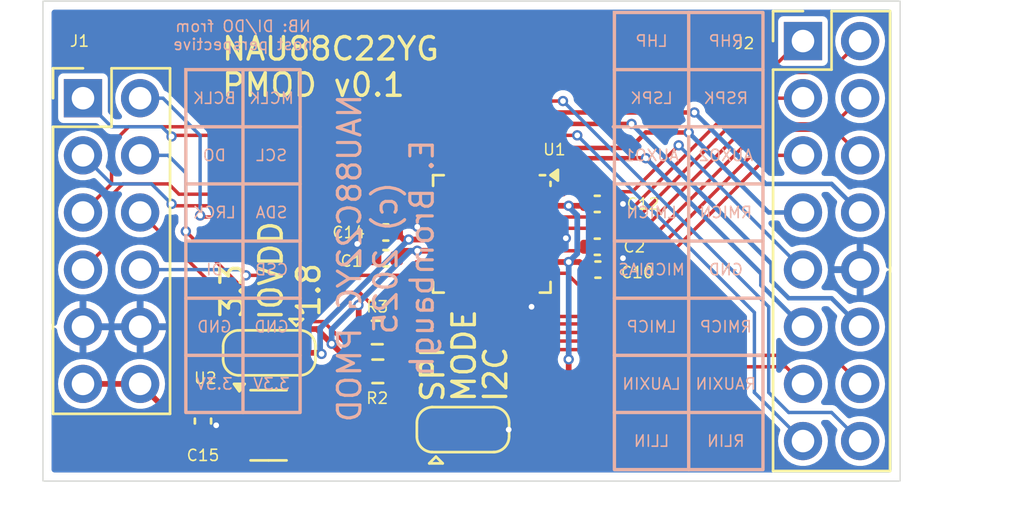
<source format=kicad_pcb>
(kicad_pcb (version 20240108) (generator "pcbnew") (generator_version "8.0")
  (layers (0 "F.Cu" signal) (31 "B.Cu" signal) (34 "B.Paste" user) (35 "F.Paste" user) (36 "B.SilkS" user "B.Silkscreen") (37 "F.SilkS" user "F.Silkscreen") (38 "B.Mask" user) (39 "F.Mask" user) (44 "Edge.Cuts" user))
  (net 0 "")
  (net 1 "GND")
  (net 2 "+1V8")
  (net 3 "+3V3")
  (net 4 "/I2S_BCLK")
  (net 5 "/I2S_MCLK")
  (net 6 "/I2S_DO")
  (net 7 "/SCL")
  (net 8 "/I2S_LRCK")
  (net 9 "/SDA")
  (net 10 "/I2S_DI")
  (net 12 "/IOVDD")
  (net 13 "Net-(U1-VREF)")
  (net 14 "/CSB")
  (net 15 "/LAUXIN")
  (net 16 "/RMICP")
  (net 17 "/RMICN")
  (net 18 "/LMICP")
  (net 19 "/AUXOUT2")
  (net 20 "/MICBIAS")
  (net 21 "/RLIN")
  (net 22 "/LLIN")
  (net 23 "/AUXOUT1")
  (net 24 "/RSPKOUT")
  (net 25 "/LMICN")
  (net 26 "/RAUXIN")
  (net 27 "/LSPKOUT")
  (net 28 "/RHP")
  (net 29 "/LHP")
  (net 30 "Net-(JP2-C)")
  (footprint "Resistor_SMD:R_0603_1608Metric" (layer "F.Cu") (at 116.459 116.332 180)
    (property "Reference" "R3")
    (property "Value" "4k7")
  )
  (footprint "Capacitor_SMD:C_0402_1005Metric" (layer "F.Cu") (at 126.266 113.538)
    (property "Reference" "C10")
    (property "Value" "4.7uf")
  )
  (footprint "Capacitor_SMD:C_0402_1005Metric" (layer "F.Cu") (at 126.238 110.617)
    (property "Reference" "C12")
    (property "Value" "4.7uf")
  )
  (footprint "Connector_PinHeader_2.54mm:PinHeader_2x08_P2.54mm_Vertical" (layer "F.Cu") (at 135.382 103.378)
    (property "Reference" "J2")
    (property "Value" "Conn_02x08_Odd_Even")
  )
  (footprint "Capacitor_SMD:C_0402_1005Metric" (layer "F.Cu") (at 116.84 111.887 180)
    (property "Reference" "C14")
    (property "Value" "4.7uf")
  )
  (footprint "Package_TO_SOT_SMD:SOT-23-5" (layer "F.Cu") (at 111.6275 120.457)
    (property "Reference" "U2")
    (property "Value" "MIC5504-1.8YM5")
  )
  (footprint "Capacitor_SMD:C_0402_1005Metric" (layer "F.Cu") (at 116.84 113.03 180)
    (property "Reference" "C1")
    (property "Value" "4.7uf")
  )
  (footprint "Connector_PinHeader_2.54mm:PinHeader_2x06_P2.54mm_Vertical" (layer "F.Cu") (at 103.378 105.918)
    (property "Reference" "J1")
    (property "Value" "CONN_02X06")
  )
  (footprint "Package_DFN_QFN:QFN-32-1EP_5x5mm_P0.5mm_EP3.1x3.1mm" (layer "F.Cu") (at 121.55 111.95 -90)
    (property "Reference" "U1")
    (property "Value" "~")
  )
  (footprint "Jumper:SolderJumper-3_P1.3mm_Open_RoundedPad1.0x1.5mm" (layer "F.Cu") (at 111.6584 117.2365 180)
    (property "Reference" "JP1" (hide yes))
    (property "Value" "IOVDD_Select")
  )
  (footprint "Capacitor_SMD:C_0402_1005Metric" (layer "F.Cu") (at 108.712 120.269 -90)
    (property "Reference" "C15")
    (property "Value" "4.7uf")
  )
  (footprint "Capacitor_SMD:C_0402_1005Metric" (layer "F.Cu") (at 126.238 112.522)
    (property "Reference" "C2")
    (property "Value" "4.7uf")
  )
  (footprint "Resistor_SMD:R_0603_1608Metric" (layer "F.Cu") (at 116.4844 118.0592 180)
    (property "Reference" "R2")
    (property "Value" "4k7")
  )
  (footprint "Jumper:SolderJumper-3_P1.3mm_Open_RoundedPad1.0x1.5mm" (layer "F.Cu") (at 120.269 120.65)
    (property "Reference" "JP2" (hide yes))
    (property "Value" "Mode_Select")
  )
  (gr_line (start 113.03 117.348) (end 107.95 117.348) (stroke (width 0.15)) (layer "B.SilkS"))
  (gr_line (start 110.49 104.648) (end 110.49 119.888) (stroke (width 0.15)) (layer "B.SilkS"))
  (gr_line (start 133.604 109.728) (end 127 109.728) (stroke (width 0.15)) (layer "B.SilkS"))
  (gr_line (start 113.03 112.268) (end 107.95 112.268) (stroke (width 0.15)) (layer "B.SilkS"))
  (gr_line (start 133.604 119.888) (end 127 119.888) (stroke (width 0.15)) (layer "B.SilkS"))
  (gr_line (start 133.604 117.348) (end 127 117.348) (stroke (width 0.15)) (layer "B.SilkS"))
  (gr_line (start 133.604 114.808) (end 127 114.808) (stroke (width 0.15)) (layer "B.SilkS"))
  (gr_line (start 113.03 109.728) (end 107.95 109.728) (stroke (width 0.15)) (layer "B.SilkS"))
  (gr_line (start 113.03 107.188) (end 107.95 107.188) (stroke (width 0.15)) (layer "B.SilkS"))
  (gr_rect (start 107.95 104.648) (end 113.03 119.888) (stroke (width 0.15)) (fill none) (layer "B.SilkS"))
  (gr_line (start 133.5532 107.188) (end 126.9492 107.188) (stroke (width 0.15)) (layer "B.SilkS"))
  (gr_line (start 130.302 102.108) (end 130.302 122.428) (stroke (width 0.15)) (layer "B.SilkS"))
  (gr_rect (start 127 102.108) (end 133.604 122.428) (stroke (width 0.15)) (fill none) (layer "B.SilkS"))
  (gr_line (start 113.03 114.808) (end 107.95 114.808) (stroke (width 0.15)) (layer "B.SilkS"))
  (gr_line (start 133.604 104.648) (end 127 104.648) (stroke (width 0.15)) (layer "B.SilkS"))
  (gr_line (start 133.604 112.268) (end 127 112.268) (stroke (width 0.15)) (layer "B.SilkS"))
  (gr_rect (start 101.6 101.6) (end 139.7 122.936) (stroke (width 0.05)) (fill none) (layer "Edge.Cuts"))
  (gr_text "RSPK" (at 131.953 105.918 0) (layer "B.SilkS") (effects (font (size 0.5 0.5) (thickness 0.07)) (justify mirror)))
  (gr_text "RMICP" (at 131.953 116.078 0) (layer "B.SilkS") (effects (font (size 0.5 0.5) (thickness 0.07)) (justify mirror)))
  (gr_text "GND" (at 111.76 116.078 0) (layer "B.SilkS") (effects (font (size 0.5 0.5) (thickness 0.07)) (justify mirror)))
  (gr_text "LSPK" (at 128.651 105.918 0) (layer "B.SilkS") (effects (font (size 0.5 0.5) (thickness 0.07)) (justify mirror)))
  (gr_text "CSB" (at 111.76 113.538 0) (layer "B.SilkS") (effects (font (size 0.5 0.5) (thickness 0.07)) (justify mirror)))
  (gr_text "BCLK" (at 109.22 105.918 0) (layer "B.SilkS") (effects (font (size 0.5 0.5) (thickness 0.07)) (justify mirror)))
  (gr_text "3.3V" (at 109.22 118.618 0) (layer "B.SilkS") (effects (font (size 0.5 0.5) (thickness 0.07)) (justify mirror)))
  (gr_text "SDA" (at 111.76 110.998 0) (layer "B.SilkS") (effects (font (size 0.5 0.5) (thickness 0.07)) (justify mirror)))
  (gr_text "GND" (at 131.953 113.538 0) (layer "B.SilkS") (effects (font (size 0.5 0.5) (thickness 0.07)) (justify mirror)))
  (gr_text "AUXO2" (at 131.953 108.458 0) (layer "B.SilkS") (effects (font (size 0.5 0.5) (thickness 0.07)) (justify mirror)))
  (gr_text "MCLK" (at 111.76 105.918 0) (layer "B.SilkS") (effects (font (size 0.5 0.5) (thickness 0.07)) (justify mirror)))
  (gr_text "AUXO1" (at 128.651 108.458 0) (layer "B.SilkS") (effects (font (size 0.5 0.5) (thickness 0.07)) (justify mirror)))
  (gr_text "NAU88C22YG PMOD\n(c) 2025\nE. Brombaugh" (at 116.84 113.03 90) (layer "B.SilkS") (effects (font (size 0.999998 0.999998) (thickness 0.1397)) (justify mirror)))
  (gr_text "LLIN" (at 128.651 121.158 0) (layer "B.SilkS") (effects (font (size 0.5 0.5) (thickness 0.07)) (justify mirror)))
  (gr_text "LHP" (at 128.651 103.378 0) (layer "B.SilkS") (effects (font (size 0.5 0.5) (thickness 0.07)) (justify mirror)))
  (gr_text "RMICN" (at 131.953 110.998 0) (layer "B.SilkS") (effects (font (size 0.5 0.5) (thickness 0.07)) (justify mirror)))
  (gr_text "DO" (at 109.22 108.458 0) (layer "B.SilkS") (effects (font (size 0.5 0.5) (thickness 0.07)) (justify mirror)))
  (gr_text "LAUXIN\n" (at 128.651 118.618 0) (layer "B.SilkS") (effects (font (size 0.5 0.5) (thickness 0.07)) (justify mirror)))
  (gr_text "RAUXIN" (at 131.953 118.618 0) (layer "B.SilkS") (effects (font (size 0.5 0.5) (thickness 0.07)) (justify mirror)))
  (gr_text "MICBIAS" (at 128.651 113.538 0) (layer "B.SilkS") (effects (font (size 0.5 0.5) (thickness 0.07)) (justify mirror)))
  (gr_text "3.3V" (at 111.76 118.618 0) (layer "B.SilkS") (effects (font (size 0.5 0.5) (thickness 0.07)) (justify mirror)))
  (gr_text "LMICN" (at 128.651 110.998 0) (layer "B.SilkS") (effects (font (size 0.5 0.5) (thickness 0.07)) (justify mirror)))
  (gr_text "NB: DI/DO from\nhost perspective" (at 110.49 103.124 0) (layer "B.SilkS") (effects (font (size 0.5 0.5) (thickness 0.07)) (justify mirror)))
  (gr_text "DI" (at 109.22 113.538 0) (layer "B.SilkS") (effects (font (size 0.5 0.5) (thickness 0.07)) (justify mirror)))
  (gr_text "GND" (at 109.22 116.078 0) (layer "B.SilkS") (effects (font (size 0.5 0.5) (thickness 0.07)) (justify mirror)))
  (gr_text "SCL" (at 111.76 108.458 0) (layer "B.SilkS") (effects (font (size 0.5 0.5) (thickness 0.07)) (justify mirror)))
  (gr_text "LRCK" (at 109.22 110.998 0) (layer "B.SilkS") (effects (font (size 0.5 0.5) (thickness 0.07)) (justify mirror)))
  (gr_text "RLIN" (at 131.953 121.158 0) (layer "B.SilkS") (effects (font (size 0.5 0.5) (thickness 0.07)) (justify mirror)))
  (gr_text "RHP" (at 131.953 103.378 0) (layer "B.SilkS") (effects (font (size 0.5 0.5) (thickness 0.07)) (justify mirror)))
  (gr_text "LMICP" (at 128.651 116.078 0) (layer "B.SilkS") (effects (font (size 0.5 0.5) (thickness 0.07)) (justify mirror)))
  (gr_text "I2C" (at 122.301 119.507 90) (layer "F.SilkS") (effects (font (size 1 1)) (justify left bottom)))
  (gr_text "IOVDD" (at 112.3188 115.8748 90) (layer "F.SilkS") (effects (font (size 1 1)) (justify left bottom)))
  (gr_text "1.8" (at 113.9952 115.7365 90) (layer "F.SilkS") (effects (font (size 1 1)) (justify left bottom)))
  (gr_text "NAU88C22YG\nPMOD v0.1" (at 109.474 105.918 0) (layer "F.SilkS") (effects (font (size 1 1)) (justify left bottom)))
  (gr_text "SPI" (at 119.507 119.507 90) (layer "F.SilkS") (effects (font (size 1 1)) (justify left bottom)))
  (gr_text "MODE" (at 120.904 119.507 90) (layer "F.SilkS") (effects (font (size 1 1)) (justify left bottom)))
  (gr_text "3.3" (at 110.5916 115.7732 90) (layer "F.SilkS") (effects (font (size 1 1)) (justify left bottom)))
  (segment (start 124.782 112.2) (end 124.841 112.141) (width 0.254) (layer "F.Cu") (net 1))
  (segment (start 123.9875 112.2) (end 124.782 112.2) (width 0.254) (layer "F.Cu") (net 1))
  (segment (start 126.873 113.538) (end 127.381 113.03) (width 0.254) (layer "F.Cu") (net 1))
  (segment (start 126.873 112.522) (end 127.381 113.03) (width 0.254) (layer "F.Cu") (net 1))
  (segment (start 119.1125 111.7) (end 118.304 111.7) (width 0.254) (layer "F.Cu") (net 1))
  (segment (start 115.57 112.395) (end 116.205 113.03) (width 0.254) (layer "F.Cu") (net 1))
  (segment (start 115.57 112.395) (end 116.078 111.887) (width 0.254) (layer "F.Cu") (net 1))
  (segment (start 109.299 120.457) (end 108.712 121.044) (width 0.254) (layer "F.Cu") (net 1))
  (segment (start 123.3 115.172) (end 123.317 115.189) (width 0.254) (layer "F.Cu") (net 1))
  (segment (start 116.205 113.03) (end 116.36 113.03) (width 0.254) (layer "F.Cu") (net 1))
  (segment (start 126.718 112.522) (end 126.873 112.522) (width 0.254) (layer "F.Cu") (net 1))
  (segment (start 121.569 120.65) (end 122.301 120.65) (width 0.254) (layer "F.Cu") (net 1))
  (segment (start 110.49 120.457) (end 109.299 120.457) (width 0.254) (layer "F.Cu") (net 1))
  (segment (start 123.3 114.3875) (end 123.3 115.172) (width 0.254) (layer "F.Cu") (net 1))
  (segment (start 127.381 110.617) (end 126.718 110.617) (width 0.254) (layer "F.Cu") (net 1))
  (segment (start 116.078 111.887) (end 116.36 111.887) (width 0.254) (layer "F.Cu") (net 1))
  (segment (start 126.746 113.538) (end 126.873 113.538) (width 0.254) (layer "F.Cu") (net 1))
  (segment (start 118.304 111.7) (end 118.237 111.633) (width 0.254) (layer "F.Cu") (net 1))
  (via (at 122.301 120.65) (size 0.4572) (drill 0.254) (layers "F.Cu" "B.Cu") (net 1))
  (via (at 123.317 115.189) (size 0.4572) (drill 0.254) (layers "F.Cu" "B.Cu") (net 1))
  (via (at 109.299 120.457) (size 0.4572) (drill 0.254) (layers "F.Cu" "B.Cu") (net 1))
  (via (at 124.841 112.141) (size 0.4572) (drill 0.254) (layers "F.Cu" "B.Cu") (net 1))
  (via (at 115.57 112.395) (size 0.4572) (drill 0.254) (layers "F.Cu" "B.Cu") (net 1))
  (via (at 127.381 110.617) (size 0.4572) (drill 0.254) (layers "F.Cu" "B.Cu") (net 1))
  (via (at 118.237 111.633) (size 0.4572) (drill 0.254) (layers "F.Cu" "B.Cu") (net 1))
  (via (at 127.381 113.03) (size 0.4572) (drill 0.254) (layers "F.Cu" "B.Cu") (net 1))
  (segment (start 112.765 117.4299) (end 112.9584 117.2365) (width 0.254) (layer "F.Cu") (net 2))
  (segment (start 117.32 111.887) (end 117.633 112.2) (width 0.254) (layer "F.Cu") (net 2))
  (segment (start 117.633 112.2) (end 117.856 112.2) (width 0.254) (layer "F.Cu") (net 2))
  (segment (start 117.856 112.2) (end 119.1125 112.2) (width 0.254) (layer "F.Cu") (net 2))
  (segment (start 112.765 119.507) (end 112.765 117.4299) (width 0.254) (layer "F.Cu") (net 2))
  (segment (start 113.9825 117.2845) (end 113.9345 117.2365) (width 0.254) (layer "F.Cu") (net 2))
  (segment (start 113.9345 117.2365) (end 112.9584 117.2365) (width 0.254) (layer "F.Cu") (net 2))
  (via (at 117.856 112.2) (size 0.4572) (drill 0.254) (layers "F.Cu" "B.Cu") (net 2))
  (via (at 113.9825 117.2845) (size 0.4572) (drill 0.254) (layers "F.Cu" "B.Cu") (net 2))
  (segment (start 113.919 116.137) (end 117.856 112.2) (width 0.254) (layer "B.Cu") (net 2))
  (segment (start 113.9825 117.2845) (end 113.919 117.221) (width 0.254) (layer "B.Cu") (net 2))
  (segment (start 113.919 117.221) (end 113.919 116.137) (width 0.254) (layer "B.Cu") (net 2))
  (segment (start 124.968 110.7) (end 125.675 110.7) (width 0.254) (layer "F.Cu") (net 3))
  (segment (start 108.712 119.494) (end 110.477 119.494) (width 0.254) (layer "F.Cu") (net 3))
  (segment (start 112.014 122.428) (end 111.152499 121.566499) (width 0.254) (layer "F.Cu") (net 3))
  (segment (start 103.378 118.618) (end 105.918 118.618) (width 0.254) (layer "F.Cu") (net 3))
  (segment (start 111.125 119.507) (end 111.633 120.015) (width 0.254) (layer "F.Cu") (net 3))
  (segment (start 105.918 118.618) (end 106.794 119.494) (width 0.254) (layer "F.Cu") (net 3))
  (segment (start 123.9875 110.7) (end 124.968 110.7) (width 0.254) (layer "F.Cu") (net 3))
  (segment (start 111.152499 121.566499) (end 111.152499 121.407) (width 0.254) (layer "F.Cu") (net 3))
  (segment (start 125.448 113.2) (end 125.786 113.538) (width 0.254) (layer "F.Cu") (net 3))
  (segment (start 123.9875 113.2) (end 124.968 113.2) (width 0.254) (layer "F.Cu") (net 3))
  (segment (start 106.794 119.494) (end 108.712 119.494) (width 0.254) (layer "F.Cu") (net 3))
  (segment (start 110.49 119.507) (end 111.125 119.507) (width 0.254) (layer "F.Cu") (net 3))
  (segment (start 124.968 119.126) (end 121.666 122.428) (width 0.254) (layer "F.Cu") (net 3))
  (segment (start 111.152499 121.407) (end 110.49 121.407) (width 0.254) (layer "F.Cu") (net 3))
  (segment (start 111.633 120.015) (end 111.633 120.926499) (width 0.254) (layer "F.Cu") (net 3))
  (segment (start 110.49 117.3681) (end 110.3584 117.2365) (width 0.254) (layer "F.Cu") (net 3))
  (segment (start 121.666 122.428) (end 112.014 122.428) (width 0.254) (layer "F.Cu") (net 3))
  (segment (start 124.968 113.2) (end 125.448 113.2) (width 0.254) (layer "F.Cu") (net 3))
  (segment (start 110.49 119.507) (end 110.49 117.3681) (width 0.254) (layer "F.Cu") (net 3))
  (segment (start 110.477 119.494) (end 110.49 119.507) (width 0.254) (layer "F.Cu") (net 3))
  (segment (start 125.675 110.7) (end 125.758 110.617) (width 0.254) (layer "F.Cu") (net 3))
  (segment (start 111.633 120.926499) (end 111.152499 121.407) (width 0.254) (layer "F.Cu") (net 3))
  (segment (start 124.968 117.5258) (end 124.968 119.126) (width 0.254) (layer "F.Cu") (net 3))
  (via (at 124.968 117.5258) (size 0.4572) (drill 0.254) (layers "F.Cu" "B.Cu") (net 3))
  (via (at 124.968 110.7) (size 0.4572) (drill 0.254) (layers "F.Cu" "B.Cu") (net 3))
  (via (at 124.968 113.2) (size 0.4572) (drill 0.254) (layers "F.Cu" "B.Cu") (net 3))
  (segment (start 124.968 110.7) (end 124.968 110.744) (width 0.254) (layer "B.Cu") (net 3))
  (segment (start 124.968 113.2) (end 124.968 117.5258) (width 0.254) (layer "B.Cu") (net 3))
  (segment (start 125.349 111.125) (end 125.349 112.819) (width 0.254) (layer "B.Cu") (net 3))
  (segment (start 124.968 110.744) (end 125.349 111.125) (width 0.254) (layer "B.Cu") (net 3))
  (segment (start 125.349 112.819) (end 124.968 113.2) (width 0.254) (layer "B.Cu") (net 3))
  (segment (start 107.3658 107.569) (end 119.126 107.569) (width 0.1524) (layer "F.Cu") (net 4))
  (segment (start 119.8 108.243) (end 119.8 109.5125) (width 0.1524) (layer "F.Cu") (net 4))
  (segment (start 119.126 107.569) (end 119.8 108.243) (width 0.1524) (layer "F.Cu") (net 4))
  (segment (start 107.315 107.6198) (end 107.3658 107.569) (width 0.1524) (layer "F.Cu") (net 4))
  (via (at 107.315 107.6198) (size 0.4572) (drill 0.254) (layers "F.Cu" "B.Cu") (net 4))
  (segment (start 107.315 107.6198) (end 106.8832 107.188) (width 0.1524) (layer "B.Cu") (net 4))
  (segment (start 104.648 107.188) (end 103.378 105.918) (width 0.1524) (layer "B.Cu") (net 4))
  (segment (start 106.8832 107.188) (end 104.648 107.188) (width 0.1524) (layer "B.Cu") (net 4))
  (segment (start 108.6532 111.2) (end 119.1125 111.2) (width 0.1524) (layer "F.Cu") (net 5))
  (segment (start 105.918 105.918) (end 106.4768 105.918) (width 0.1524) (layer "F.Cu") (net 5))
  (segment (start 108.585 111.1318) (end 108.6532 111.2) (width 0.1524) (layer "F.Cu") (net 5))
  (via (at 108.585 111.1318) (size 0.4572) (drill 0.254) (layers "F.Cu" "B.Cu") (net 5))
  (segment (start 106.934 105.918) (end 105.918 105.918) (width 0.1524) (layer "B.Cu") (net 5))
  (segment (start 108.585 107.569) (end 106.934 105.918) (width 0.1524) (layer "B.Cu") (net 5))
  (segment (start 108.585 111.1318) (end 108.585 107.569) (width 0.1524) (layer "B.Cu") (net 5))
  (segment (start 107.315 110.617) (end 107.398 110.7) (width 0.1524) (layer "F.Cu") (net 6))
  (segment (start 107.398 110.7) (end 119.1125 110.7) (width 0.1524) (layer "F.Cu") (net 6))
  (via (at 107.315 110.617) (size 0.4572) (drill 0.254) (layers "F.Cu" "B.Cu") (net 6))
  (segment (start 107.315 110.617) (end 106.426 109.728) (width 0.1524) (layer "B.Cu") (net 6))
  (segment (start 104.648 109.728) (end 103.378 108.458) (width 0.1524) (layer "B.Cu") (net 6))
  (segment (start 106.426 109.728) (end 104.648 109.728) (width 0.1524) (layer "B.Cu") (net 6))
  (segment (start 117.284 114.745) (end 117.284 116.332) (width 0.1524) (layer "F.Cu") (net 7))
  (segment (start 119.1125 113.7) (end 118.329 113.7) (width 0.1524) (layer "F.Cu") (net 7))
  (segment (start 115.672658 114.554) (end 117.284 116.165342) (width 0.1524) (layer "F.Cu") (net 7))
  (segment (start 118.329 113.7) (end 117.284 114.745) (width 0.1524) (layer "F.Cu") (net 7))
  (segment (start 110.6678 114.554) (end 115.672658 114.554) (width 0.1524) (layer "F.Cu") (net 7))
  (segment (start 107.95 111.8362) (end 110.6678 114.554) (width 0.1524) (layer "F.Cu") (net 7))
  (segment (start 117.284 116.165342) (end 117.284 116.332) (width 0.1524) (layer "F.Cu") (net 7))
  (via (at 107.95 111.8362) (size 0.4572) (drill 0.254) (layers "F.Cu" "B.Cu") (net 7))
  (segment (start 107.95 109.244342) (end 107.163658 108.458) (width 0.1524) (layer "B.Cu") (net 7))
  (segment (start 107.163658 108.458) (end 105.918 108.458) (width 0.1524) (layer "B.Cu") (net 7))
  (segment (start 107.95 111.8362) (end 107.95 109.244342) (width 0.1524) (layer "B.Cu") (net 7))
  (segment (start 120.3 108.235) (end 119.253 107.188) (width 0.1524) (layer "F.Cu") (net 8))
  (segment (start 119.253 107.188) (end 105.41 107.188) (width 0.1524) (layer "F.Cu") (net 8))
  (segment (start 105.41 107.188) (end 104.648 107.95) (width 0.1524) (layer "F.Cu") (net 8))
  (segment (start 120.3 109.5125) (end 120.3 108.235) (width 0.1524) (layer "F.Cu") (net 8))
  (segment (start 104.648 107.95) (end 104.648 109.728) (width 0.1524) (layer "F.Cu") (net 8))
  (segment (start 104.648 109.728) (end 103.378 110.998) (width 0.1524) (layer "F.Cu") (net 8))
  (segment (start 116.238 117.381) (end 116.9162 118.0592) (width 0.1524) (layer "F.Cu") (net 9))
  (segment (start 114.0714 115.8494) (end 115.603 117.381) (width 0.1524) (layer "F.Cu") (net 9))
  (segment (start 119.8 114.3875) (end 119.8 116.801) (width 0.1524) (layer "F.Cu") (net 9))
  (segment (start 115.603 117.381) (end 116.238 117.381) (width 0.1524) (layer "F.Cu") (net 9))
  (segment (start 110.7694 115.8494) (end 114.0714 115.8494) (width 0.1524) (layer "F.Cu") (net 9))
  (segment (start 105.918 110.998) (end 110.7694 115.8494) (width 0.1524) (layer "F.Cu") (net 9))
  (segment (start 118.5418 118.0592) (end 117.3094 118.0592) (width 0.1524) (layer "F.Cu") (net 9))
  (segment (start 117.3094 118.0592) (end 117.2972 118.047) (width 0.1524) (layer "F.Cu") (net 9))
  (segment (start 116.9162 118.0592) (end 117.3094 118.0592) (width 0.1524) (layer "F.Cu") (net 9))
  (segment (start 119.8 116.801) (end 118.5418 118.0592) (width 0.1524) (layer "F.Cu") (net 9))
  (segment (start 103.378 113.538) (end 104.648 112.268) (width 0.1524) (layer "F.Cu") (net 10))
  (segment (start 104.648 112.268) (end 104.648 110.236) (width 0.1524) (layer "F.Cu") (net 10))
  (segment (start 119.0977 110.1852) (end 119.1125 110.2) (width 0.1524) (layer "F.Cu") (net 10))
  (segment (start 104.648 110.236) (end 105.156 109.728) (width 0.1524) (layer "F.Cu") (net 10))
  (segment (start 107.188 109.728) (end 107.6452 110.1852) (width 0.1524) (layer "F.Cu") (net 10))
  (segment (start 105.156 109.728) (end 107.188 109.728) (width 0.1524) (layer "F.Cu") (net 10))
  (segment (start 107.6452 110.1852) (end 119.0977 110.1852) (width 0.1524) (layer "F.Cu") (net 10))
  (segment (start 111.6584 117.2365) (end 111.6584 116.4844) (width 0.254) (layer "F.Cu") (net 12))
  (segment (start 118.969 120.65) (end 118.2502 120.65) (width 0.254) (layer "F.Cu") (net 12))
  (segment (start 119.1125 112.7) (end 118.237 112.7) (width 0.254) (layer "F.Cu") (net 12))
  (segment (start 115.634 116.332) (end 115.634 115.126) (width 0.254) (layer "F.Cu") (net 12))
  (segment (start 118.2502 120.65) (end 115.6594 118.0592) (width 0.254) (layer "F.Cu") (net 12))
  (segment (start 111.9632 116.1796) (end 113.7798 116.1796) (width 0.254) (layer "F.Cu") (net 12))
  (segment (start 117.65 112.7) (end 117.32 113.03) (width 0.254) (layer "F.Cu") (net 12))
  (segment (start 115.634 115.126) (end 115.62325 115.11525) (width 0.254) (layer "F.Cu") (net 12))
  (segment (start 118.237 112.7) (end 117.65 112.7) (width 0.254) (layer "F.Cu") (net 12))
  (segment (start 113.7798 116.1796) (end 114.4336 116.8334) (width 0.254) (layer "F.Cu") (net 12))
  (segment (start 111.6584 116.4844) (end 111.9632 116.1796) (width 0.254) (layer "F.Cu") (net 12))
  (segment (start 114.4336 116.8334) (end 115.6594 118.0592) (width 0.254) (layer "F.Cu") (net 12))
  (via (at 114.4336 116.8334) (size 0.4572) (drill 0.254) (layers "F.Cu" "B.Cu") (net 12))
  (via (at 115.62325 115.11525) (size 0.4572) (drill 0.254) (layers "F.Cu" "B.Cu") (net 12))
  (via (at 118.237 112.7) (size 0.4572) (drill 0.254) (layers "F.Cu" "B.Cu") (net 12))
  (segment (start 114.4336 116.8334) (end 114.4336 116.1984) (width 0.254) (layer "B.Cu") (net 12))
  (segment (start 117.932 112.7) (end 118.237 112.7) (width 0.254) (layer "B.Cu") (net 12))
  (segment (start 114.4336 116.1984) (end 117.932 112.7) (width 0.254) (layer "B.Cu") (net 12))
  (segment (start 123.9875 112.7) (end 125.58 112.7) (width 0.1524) (layer "F.Cu") (net 13))
  (segment (start 125.58 112.7) (end 125.758 112.522) (width 0.1524) (layer "F.Cu") (net 13))
  (segment (start 117.602 113.792) (end 110.617 113.792) (width 0.1524) (layer "F.Cu") (net 14))
  (segment (start 119.1125 113.2) (end 118.194 113.2) (width 0.1524) (layer "F.Cu") (net 14))
  (segment (start 118.194 113.2) (end 117.602 113.792) (width 0.1524) (layer "F.Cu") (net 14))
  (via (at 110.617 113.792) (size 0.4572) (drill 0.254) (layers "F.Cu" "B.Cu") (net 14))
  (segment (start 110.617 113.792) (end 110.363 113.538) (width 0.1524) (layer "B.Cu") (net 14))
  (segment (start 110.363 113.538) (end 105.918 113.538) (width 0.1524) (layer "B.Cu") (net 14))
  (segment (start 127.381 117.856) (end 134.62 117.856) (width 0.1524) (layer "F.Cu") (net 15))
  (segment (start 126.619 117.094) (end 127.381 117.856) (width 0.1524) (layer "F.Cu") (net 15))
  (segment (start 122.555 117.094) (end 126.619 117.094) (width 0.1524) (layer "F.Cu") (net 15))
  (segment (start 134.62 117.856) (end 135.382 118.618) (width 0.1524) (layer "F.Cu") (net 15))
  (segment (start 120.8 115.339) (end 122.555 117.094) (width 0.1524) (layer "F.Cu") (net 15))
  (segment (start 120.8 114.3875) (end 120.8 115.339) (width 0.1524) (layer "F.Cu") (net 15))
  (segment (start 121.8 108.578) (end 121.8 109.5125) (width 0.2) (layer "F.Cu") (net 16))
  (segment (start 127.762 107.061) (end 123.317 107.061) (width 0.2) (layer "F.Cu") (net 16))
  (segment (start 123.317 107.061) (end 121.8 108.578) (width 0.2) (layer "F.Cu") (net 16))
  (via (at 127.762 107.061) (size 0.4572) (drill 0.254) (layers "F.Cu" "B.Cu") (net 16))
  (segment (start 136.652 114.808) (end 137.922 116.078) (width 0.2) (layer "B.Cu") (net 16))
  (segment (start 133.985 113.284) (end 133.985 114.046) (width 0.2) (layer "B.Cu") (net 16))
  (segment (start 133.985 114.046) (end 134.747 114.808) (width 0.2) (layer "B.Cu") (net 16))
  (segment (start 134.747 114.808) (end 136.652 114.808) (width 0.2) (layer "B.Cu") (net 16))
  (segment (start 127.762 107.061) (end 133.985 113.284) (width 0.2) (layer "B.Cu") (net 16))
  (segment (start 121.3 109.5125) (end 121.3 108.443) (width 0.2) (layer "F.Cu") (net 17))
  (segment (start 123.19 106.553) (end 130.556 106.553) (width 0.2) (layer "F.Cu") (net 17))
  (segment (start 121.3 108.443) (end 123.19 106.553) (width 0.2) (layer "F.Cu") (net 17))
  (via (at 130.556 106.553) (size 0.4572) (drill 0.254) (layers "F.Cu" "B.Cu") (net 17))
  (segment (start 133.731 109.728) (end 130.556 106.553) (width 0.2) (layer "B.Cu") (net 17))
  (segment (start 136.652 109.728) (end 133.731 109.728) (width 0.2) (layer "B.Cu") (net 17))
  (segment (start 137.922 110.998) (end 136.652 109.728) (width 0.2) (layer "B.Cu") (net 17))
  (segment (start 135.382 116.078) (end 134.9248 116.5352) (width 0.1524) (layer "F.Cu") (net 18))
  (segment (start 123.571 108.585) (end 123.3 108.856) (width 0.2) (layer "F.Cu") (net 18))
  (segment (start 123.3 108.856) (end 123.3 109.5125) (width 0.2) (layer "F.Cu") (net 18))
  (segment (start 128.397 108.585) (end 123.571 108.585) (width 0.2) (layer "F.Cu") (net 18))
  (via (at 128.397 108.585) (size 0.4572) (drill 0.254) (layers "F.Cu" "B.Cu") (net 18))
  (segment (start 133.531 113.719) (end 133.531 114.227) (width 0.2) (layer "B.Cu") (net 18))
  (segment (start 128.397 108.585) (end 133.531 113.719) (width 0.2) (layer "B.Cu") (net 18))
  (segment (start 133.531 114.227) (end 135.382 116.078) (width 0.2) (layer "B.Cu") (net 18))
  (segment (start 122.950132 115.951) (end 126.39955 115.951) (width 0.1524) (layer "F.Cu") (net 19))
  (segment (start 129.032 113.31855) (end 129.032 112.522) (width 0.1524) (layer "F.Cu") (net 19))
  (segment (start 136.8044 107.3404) (end 137.922 108.458) (width 0.1524) (layer "F.Cu") (net 19))
  (segment (start 129.032 112.522) (end 134.2136 107.3404) (width 0.1524) (layer "F.Cu") (net 19))
  (segment (start 134.2136 107.3404) (end 136.8044 107.3404) (width 0.1524) (layer "F.Cu") (net 19))
  (segment (start 126.39955 115.951) (end 129.032 113.31855) (width 0.1524) (layer "F.Cu") (net 19))
  (segment (start 122.3 114.3875) (end 122.3 115.300868) (width 0.1524) (layer "F.Cu") (net 19))
  (segment (start 122.3 115.300868) (end 122.950132 115.951) (width 0.1524) (layer "F.Cu") (net 19))
  (segment (start 127.796 110.075) (end 124.875 110.075) (width 0.1524) (layer "F.Cu") (net 20))
  (segment (start 129.8575 108.0135) (end 127.796 110.075) (width 0.1524) (layer "F.Cu") (net 20))
  (segment (start 124.875 110.075) (end 124.75 110.2) (width 0.1524) (layer "F.Cu") (net 20))
  (segment (start 124.75 110.2) (end 123.9875 110.2) (width 0.1524) (layer "F.Cu") (net 20))
  (via (at 129.8575 108.0135) (size 0.4572) (drill 0.254) (layers "F.Cu" "B.Cu") (net 20))
  (segment (start 129.8575 108.0135) (end 135.382 113.538) (width 0.1524) (layer "B.Cu") (net 20))
  (segment (start 120.8 108.308) (end 120.8 109.5125) (width 0.1524) (layer "F.Cu") (net 21))
  (segment (start 124.714 106.045) (end 123.063 106.045) (width 0.1524) (layer "F.Cu") (net 21))
  (segment (start 123.063 106.045) (end 120.8 108.308) (width 0.1524) (layer "F.Cu") (net 21))
  (via (at 124.714 106.045) (size 0.4572) (drill 0.254) (layers "F.Cu" "B.Cu") (net 21))
  (segment (start 134.747 119.888) (end 136.652 119.888) (width 0.1524) (layer "B.Cu") (net 21))
  (segment (start 133.858 115.189) (end 133.858 118.999) (width 0.1524) (layer "B.Cu") (net 21))
  (segment (start 124.714 106.045) (end 133.858 115.189) (width 0.1524) (layer "B.Cu") (net 21))
  (segment (start 136.652 119.888) (end 137.922 121.158) (width 0.1524) (layer "B.Cu") (net 21))
  (segment (start 133.858 118.999) (end 134.747 119.888) (width 0.1524) (layer "B.Cu") (net 21))
  (segment (start 125.349 107.569) (end 123.442881 107.569) (width 0.1524) (layer "F.Cu") (net 22))
  (segment (start 123.442881 107.569) (end 122.3 108.711881) (width 0.1524) (layer "F.Cu") (net 22))
  (segment (start 122.3 108.711881) (end 122.3 109.5125) (width 0.1524) (layer "F.Cu") (net 22))
  (via (at 125.349 107.569) (size 0.4572) (drill 0.254) (layers "F.Cu" "B.Cu") (net 22))
  (segment (start 133.223 115.443) (end 133.223 118.999) (width 0.1524) (layer "B.Cu") (net 22))
  (segment (start 125.349 107.569) (end 133.223 115.443) (width 0.1524) (layer "B.Cu") (net 22))
  (segment (start 133.223 118.999) (end 135.382 121.158) (width 0.1524) (layer "B.Cu") (net 22))
  (segment (start 126.619 116.332) (end 129.54 113.411) (width 0.1524) (layer "F.Cu") (net 23))
  (segment (start 129.54 113.411) (end 129.54 112.776) (width 0.1524) (layer "F.Cu") (net 23))
  (segment (start 129.54 112.776) (end 133.858 108.458) (width 0.1524) (layer "F.Cu") (net 23))
  (segment (start 121.8 115.323) (end 122.809 116.332) (width 0.1524) (layer "F.Cu") (net 23))
  (segment (start 121.8 114.3875) (end 121.8 115.323) (width 0.1524) (layer "F.Cu") (net 23))
  (segment (start 133.858 108.458) (end 135.382 108.458) (width 0.1524) (layer "F.Cu") (net 23))
  (segment (start 122.809 116.332) (end 126.619 116.332) (width 0.1524) (layer "F.Cu") (net 23))
  (segment (start 128.524 113.284) (end 128.524 112.268) (width 0.1524) (layer "F.Cu") (net 24))
  (segment (start 122.8 114.3875) (end 122.8 115.282658) (width 0.1524) (layer "F.Cu") (net 24))
  (segment (start 128.524 112.268) (end 133.731 107.061) (width 0.1524) (layer "F.Cu") (net 24))
  (segment (start 133.731 107.061) (end 136.779 107.061) (width 0.1524) (layer "F.Cu") (net 24))
  (segment (start 136.779 107.061) (end 137.922 105.918) (width 0.1524) (layer "F.Cu") (net 24))
  (segment (start 126.1872 115.6208) (end 128.524 113.284) (width 0.1524) (layer "F.Cu") (net 24))
  (segment (start 123.138142 115.6208) (end 126.1872 115.6208) (width 0.1524) (layer "F.Cu") (net 24))
  (segment (start 122.8 115.282658) (end 123.138142 115.6208) (width 0.1524) (layer "F.Cu") (net 24))
  (segment (start 128.397 107.442) (end 130.302 107.442) (width 0.2) (layer "F.Cu") (net 25))
  (segment (start 127.7096 108.1294) (end 128.397 107.442) (width 0.2) (layer "F.Cu") (net 25))
  (segment (start 122.8 108.766552) (end 123.437152 108.1294) (width 0.2) (layer "F.Cu") (net 25))
  (segment (start 122.8 109.5125) (end 122.8 108.766552) (width 0.2) (layer "F.Cu") (net 25))
  (segment (start 123.437152 108.1294) (end 127.7096 108.1294) (width 0.2) (layer "F.Cu") (net 25))
  (via (at 130.302 107.442) (size 0.4572) (drill 0.254) (layers "F.Cu" "B.Cu") (net 25))
  (segment (start 133.858 110.998) (end 135.382 110.998) (width 0.2) (layer "B.Cu") (net 25))
  (segment (start 130.302 107.442) (end 133.858 110.998) (width 0.2) (layer "B.Cu") (net 25))
  (segment (start 136.652 117.348) (end 137.922 118.618) (width 0.1524) (layer "F.Cu") (net 26))
  (segment (start 127.381 117.348) (end 136.652 117.348) (width 0.1524) (layer "F.Cu") (net 26))
  (segment (start 121.3 115.331) (end 122.682 116.713) (width 0.1524) (layer "F.Cu") (net 26))
  (segment (start 122.682 116.713) (end 126.746 116.713) (width 0.1524) (layer "F.Cu") (net 26))
  (segment (start 121.3 114.3875) (end 121.3 115.331) (width 0.1524) (layer "F.Cu") (net 26))
  (segment (start 126.746 116.713) (end 127.381 117.348) (width 0.1524) (layer "F.Cu") (net 26))
  (segment (start 127.145619 114.173) (end 128.016 113.302619) (width 0.1524) (layer "F.Cu") (net 27))
  (segment (start 123.9875 113.7) (end 124.876 113.7) (width 0.1524) (layer "F.Cu") (net 27))
  (segment (start 134.112 105.918) (end 135.382 105.918) (width 0.1524) (layer "F.Cu") (net 27))
  (segment (start 124.876 113.7) (end 125.349 114.173) (width 0.1524) (layer "F.Cu") (net 27))
  (segment (start 128.016 112.014) (end 134.112 105.918) (width 0.1524) (layer "F.Cu") (net 27))
  (segment (start 128.016 113.302619) (end 128.016 112.014) (width 0.1524) (layer "F.Cu") (net 27))
  (segment (start 125.349 114.173) (end 127.145619 114.173) (width 0.1524) (layer "F.Cu") (net 27))
  (segment (start 123.9875 111.7) (end 127.568 111.7) (width 0.1524) (layer "F.Cu") (net 28))
  (segment (start 134.493 104.775) (end 136.525 104.775) (width 0.1524) (layer "F.Cu") (net 28))
  (segment (start 127.568 111.7) (end 134.493 104.775) (width 0.1524) (layer "F.Cu") (net 28))
  (segment (start 136.525 104.775) (end 137.922 103.378) (width 0.1524) (layer "F.Cu") (net 28))
  (segment (start 123.9875 111.2) (end 127.408658 111.2) (width 0.1524) (layer "F.Cu") (net 29))
  (segment (start 127.408658 111.2) (end 135.230658 103.378) (width 0.1524) (layer "F.Cu") (net 29))
  (segment (start 135.230658 103.378) (end 135.382 103.378) (width 0.1524) (layer "F.Cu") (net 29))
  (segment (start 120.3 114.3875) (end 120.3 120.619) (width 0.1524) (layer "F.Cu") (net 30))
  (segment (start 120.3 120.619) (end 120.269 120.65) (width 0.1524) (layer "F.Cu") (net 30))
  (zone (net 1) (net_name "GND") (layer "B.Cu") (connect_pads (clearance 0.254)) (min_thickness 0.254) (fill yes (thermal_gap 0.3048) (thermal_bridge_width 0.3048))
    (polygon (pts (xy 101.981 101.981) (xy 139.319 101.981) (xy 139.319 122.555) (xy 101.981 122.555)))
  )
)
</source>
